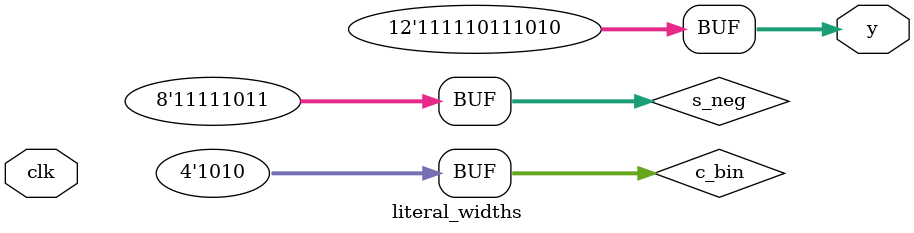
<source format=v>

module literal_widths(
input wire clk,
output wire [11:0] y
);




parameter c_hex = 8'hAB;  // expect 8'hAB
wire [7:0] s_neg;
wire [3:0] c_bin;
wire s_null_downto;  // null ranges to exercise negative-width clamp in range handling
wire s_null_to;

  // negative literal should emit sized signed constant
  assign s_neg = -8'd5;
  // binary literal width stays explicit
  assign c_bin = 4'b1010;
  // concat mixes signed and std_logic_vector; sized literals must avoid unsized 'sd forms
  assign y = {s_neg,c_bin};

endmodule

</source>
